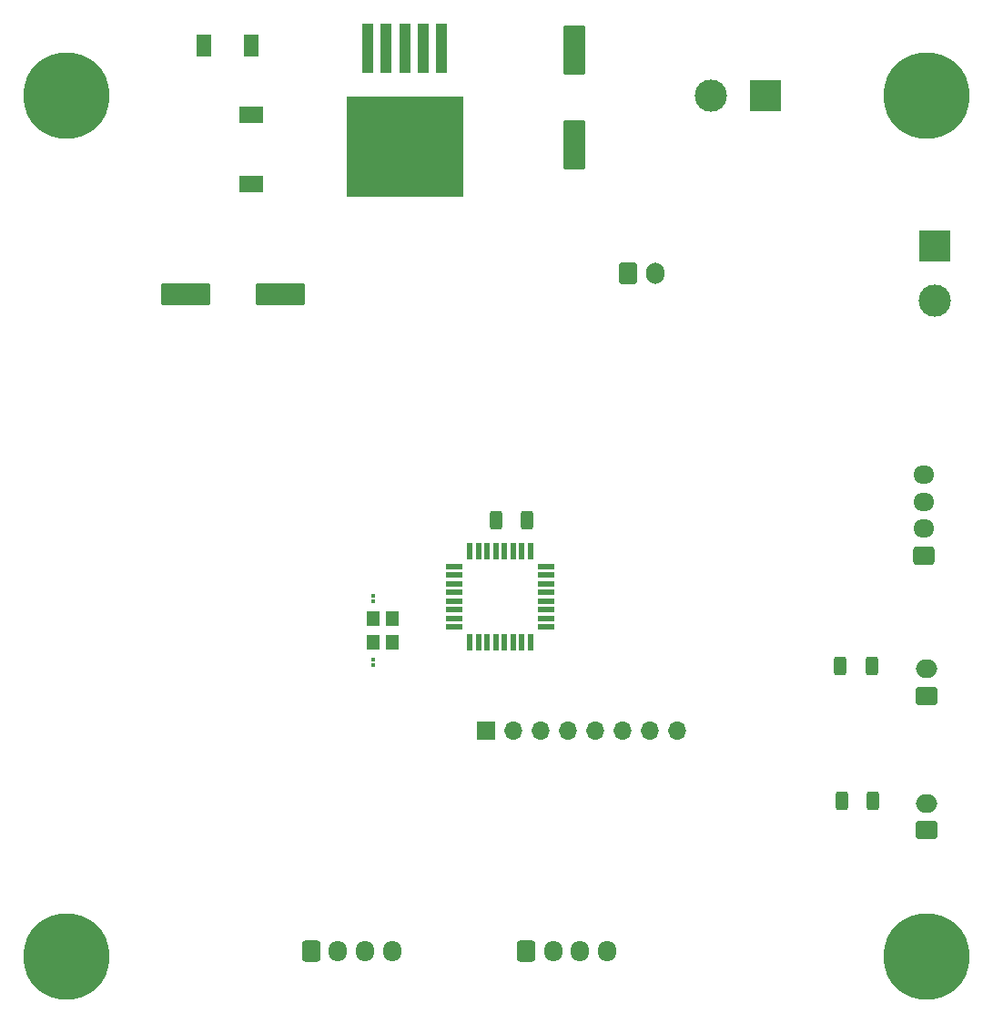
<source format=gbr>
%TF.GenerationSoftware,KiCad,Pcbnew,6.0.11-2627ca5db0~126~ubuntu22.04.1*%
%TF.CreationDate,2023-04-10T19:38:19+02:00*%
%TF.ProjectId,Slicor_carte_v_rin,536c6963-6f72-45f6-9361-7274655f76e9,rev?*%
%TF.SameCoordinates,Original*%
%TF.FileFunction,Soldermask,Top*%
%TF.FilePolarity,Negative*%
%FSLAX46Y46*%
G04 Gerber Fmt 4.6, Leading zero omitted, Abs format (unit mm)*
G04 Created by KiCad (PCBNEW 6.0.11-2627ca5db0~126~ubuntu22.04.1) date 2023-04-10 19:38:19*
%MOMM*%
%LPD*%
G01*
G04 APERTURE LIST*
G04 Aperture macros list*
%AMRoundRect*
0 Rectangle with rounded corners*
0 $1 Rounding radius*
0 $2 $3 $4 $5 $6 $7 $8 $9 X,Y pos of 4 corners*
0 Add a 4 corners polygon primitive as box body*
4,1,4,$2,$3,$4,$5,$6,$7,$8,$9,$2,$3,0*
0 Add four circle primitives for the rounded corners*
1,1,$1+$1,$2,$3*
1,1,$1+$1,$4,$5*
1,1,$1+$1,$6,$7*
1,1,$1+$1,$8,$9*
0 Add four rect primitives between the rounded corners*
20,1,$1+$1,$2,$3,$4,$5,0*
20,1,$1+$1,$4,$5,$6,$7,0*
20,1,$1+$1,$6,$7,$8,$9,0*
20,1,$1+$1,$8,$9,$2,$3,0*%
G04 Aperture macros list end*
%ADD10RoundRect,0.250000X-0.312500X-0.625000X0.312500X-0.625000X0.312500X0.625000X-0.312500X0.625000X0*%
%ADD11RoundRect,0.250000X0.750000X-0.600000X0.750000X0.600000X-0.750000X0.600000X-0.750000X-0.600000X0*%
%ADD12O,2.000000X1.700000*%
%ADD13R,1.200000X1.400000*%
%ADD14RoundRect,0.250000X0.725000X-0.600000X0.725000X0.600000X-0.725000X0.600000X-0.725000X-0.600000X0*%
%ADD15O,1.950000X1.700000*%
%ADD16RoundRect,0.250001X2.049999X0.799999X-2.049999X0.799999X-2.049999X-0.799999X2.049999X-0.799999X0*%
%ADD17C,0.900000*%
%ADD18C,8.000000*%
%ADD19RoundRect,0.250001X-0.799999X2.049999X-0.799999X-2.049999X0.799999X-2.049999X0.799999X2.049999X0*%
%ADD20R,1.600000X0.550000*%
%ADD21R,0.550000X1.600000*%
%ADD22R,3.000000X3.000000*%
%ADD23C,3.000000*%
%ADD24RoundRect,0.250000X-0.600000X-0.750000X0.600000X-0.750000X0.600000X0.750000X-0.600000X0.750000X0*%
%ADD25O,1.700000X2.000000*%
%ADD26RoundRect,0.250000X-0.600000X-0.725000X0.600000X-0.725000X0.600000X0.725000X-0.600000X0.725000X0*%
%ADD27O,1.700000X1.950000*%
%ADD28RoundRect,0.075000X-0.075000X0.125000X-0.075000X-0.125000X0.075000X-0.125000X0.075000X0.125000X0*%
%ADD29R,1.100000X4.600000*%
%ADD30R,10.800000X9.400000*%
%ADD31RoundRect,0.075000X0.075000X-0.125000X0.075000X0.125000X-0.075000X0.125000X-0.075000X-0.125000X0*%
%ADD32R,1.400000X2.100000*%
%ADD33R,1.700000X1.700000*%
%ADD34O,1.700000X1.700000*%
%ADD35R,2.200000X1.500000*%
G04 APERTURE END LIST*
D10*
%TO.C,R2*%
X131987500Y-113000000D03*
X134912500Y-113000000D03*
%TD*%
%TO.C,R1*%
X132075000Y-125500000D03*
X135000000Y-125500000D03*
%TD*%
D11*
%TO.C,J9*%
X140000000Y-115750000D03*
D12*
X140000000Y-113250000D03*
%TD*%
D11*
%TO.C,J8*%
X140000000Y-128250000D03*
D12*
X140000000Y-125750000D03*
%TD*%
D13*
%TO.C,Y1*%
X90250000Y-108550000D03*
X90250000Y-110750000D03*
X88550000Y-110750000D03*
X88550000Y-108550000D03*
%TD*%
D14*
%TO.C,J5*%
X139750000Y-102750000D03*
D15*
X139750000Y-100250000D03*
X139750000Y-97750000D03*
X139750000Y-95250000D03*
%TD*%
D16*
%TO.C,C2*%
X79838000Y-78486000D03*
X71038000Y-78486000D03*
%TD*%
D17*
%TO.C,H2*%
X57878680Y-142121320D03*
X62121320Y-137878680D03*
X63000000Y-140000000D03*
X60000000Y-137000000D03*
X57000000Y-140000000D03*
X62121320Y-142121320D03*
X60000000Y-143000000D03*
X57878680Y-137878680D03*
D18*
X60000000Y-140000000D03*
%TD*%
D19*
%TO.C,C1*%
X107188000Y-55798000D03*
X107188000Y-64598000D03*
%TD*%
D20*
%TO.C,uC1*%
X96070000Y-103754000D03*
X96070000Y-104554000D03*
X96070000Y-105354000D03*
X96070000Y-106154000D03*
X96070000Y-106954000D03*
X96070000Y-107754000D03*
X96070000Y-108554000D03*
X96070000Y-109354000D03*
D21*
X97520000Y-110804000D03*
X98320000Y-110804000D03*
X99120000Y-110804000D03*
X99920000Y-110804000D03*
X100720000Y-110804000D03*
X101520000Y-110804000D03*
X102320000Y-110804000D03*
X103120000Y-110804000D03*
D20*
X104570000Y-109354000D03*
X104570000Y-108554000D03*
X104570000Y-107754000D03*
X104570000Y-106954000D03*
X104570000Y-106154000D03*
X104570000Y-105354000D03*
X104570000Y-104554000D03*
X104570000Y-103754000D03*
D21*
X103120000Y-102304000D03*
X102320000Y-102304000D03*
X101520000Y-102304000D03*
X100720000Y-102304000D03*
X99920000Y-102304000D03*
X99120000Y-102304000D03*
X98320000Y-102304000D03*
X97520000Y-102304000D03*
%TD*%
D22*
%TO.C,J1*%
X125000000Y-60000000D03*
D23*
X119920000Y-60000000D03*
%TD*%
D17*
%TO.C,H4*%
X142121320Y-62121320D03*
X143000000Y-60000000D03*
X137878680Y-62121320D03*
D18*
X140000000Y-60000000D03*
D17*
X140000000Y-63000000D03*
X140000000Y-57000000D03*
X142121320Y-57878680D03*
X137000000Y-60000000D03*
X137878680Y-57878680D03*
%TD*%
D24*
%TO.C,J3*%
X112250000Y-76475000D03*
D25*
X114750000Y-76475000D03*
%TD*%
D26*
%TO.C,J7*%
X82750000Y-139475000D03*
D27*
X85250000Y-139475000D03*
X87750000Y-139475000D03*
X90250000Y-139475000D03*
%TD*%
D28*
%TO.C,C4*%
X88500000Y-112925000D03*
X88500000Y-112425000D03*
%TD*%
D22*
%TO.C,J2*%
X140750000Y-73920000D03*
D23*
X140750000Y-79000000D03*
%TD*%
D29*
%TO.C,U1*%
X94840000Y-55620000D03*
X93140000Y-55620000D03*
D30*
X91440000Y-64770000D03*
D29*
X91440000Y-55620000D03*
X89740000Y-55620000D03*
X88040000Y-55620000D03*
%TD*%
D26*
%TO.C,J6*%
X102750000Y-139475000D03*
D27*
X105250000Y-139475000D03*
X107750000Y-139475000D03*
X110250000Y-139475000D03*
%TD*%
D10*
%TO.C,R13*%
X99935000Y-99442000D03*
X102860000Y-99442000D03*
%TD*%
D17*
%TO.C,H1*%
X57878680Y-57878680D03*
X62121320Y-57878680D03*
X62121320Y-62121320D03*
X60000000Y-63000000D03*
X63000000Y-60000000D03*
X57000000Y-60000000D03*
X60000000Y-57000000D03*
D18*
X60000000Y-60000000D03*
D17*
X57878680Y-62121320D03*
%TD*%
D31*
%TO.C,C3*%
X88500000Y-106500000D03*
X88500000Y-107000000D03*
%TD*%
D32*
%TO.C,D5*%
X77200000Y-55320000D03*
X72800000Y-55320000D03*
%TD*%
D33*
%TO.C,J4*%
X99050000Y-119000000D03*
D34*
X101590000Y-119000000D03*
X104130000Y-119000000D03*
X106670000Y-119000000D03*
X109210000Y-119000000D03*
X111750000Y-119000000D03*
X114290000Y-119000000D03*
X116830000Y-119000000D03*
%TD*%
D17*
%TO.C,H3*%
X137000000Y-140000000D03*
X142121320Y-142121320D03*
X137878680Y-137878680D03*
X140000000Y-137000000D03*
D18*
X140000000Y-140000000D03*
D17*
X142121320Y-137878680D03*
X137878680Y-142121320D03*
X143000000Y-140000000D03*
X140000000Y-143000000D03*
%TD*%
D35*
%TO.C,L1*%
X77200000Y-61800000D03*
X77200000Y-68200000D03*
%TD*%
M02*

</source>
